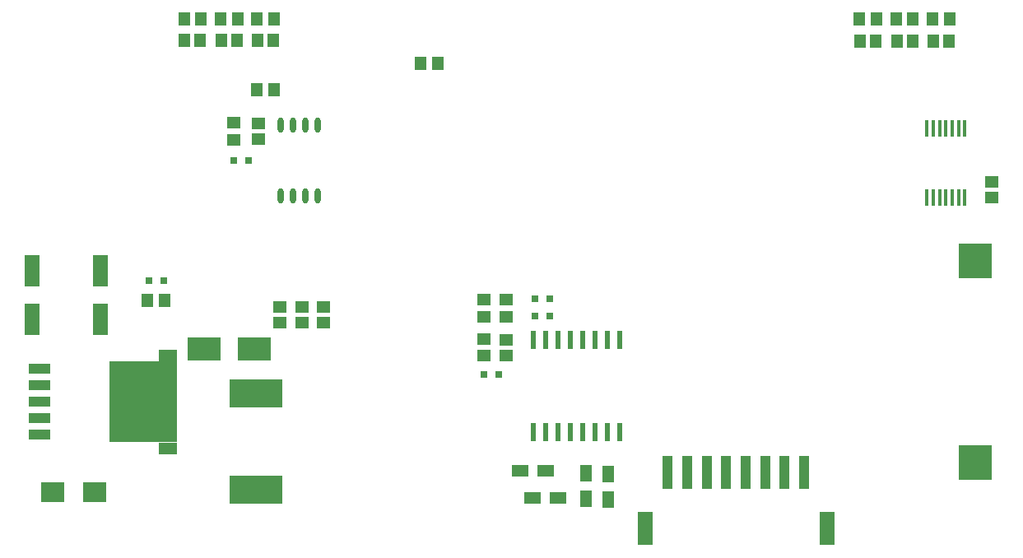
<source format=gtp>
G04*
G04 #@! TF.GenerationSoftware,Altium Limited,Altium Designer,22.9.1 (49)*
G04*
G04 Layer_Color=8421504*
%FSLAX44Y44*%
%MOMM*%
G71*
G04*
G04 #@! TF.SameCoordinates,4021D898-2042-4C7D-8B7F-38EBD3721E5A*
G04*
G04*
G04 #@! TF.FilePolarity,Positive*
G04*
G01*
G75*
%ADD23R,1.1500X1.3500*%
%ADD24R,1.6000X3.2000*%
%ADD25R,1.4000X1.3000*%
%ADD26R,5.4102X2.8956*%
%ADD27R,1.9100X1.2350*%
%ADD28R,6.9900X8.3300*%
%ADD29R,2.1600X1.0200*%
%ADD30R,3.4000X2.4500*%
%ADD31R,2.4500X2.1500*%
%ADD32R,0.8000X0.8000*%
%ADD33R,1.3500X1.1500*%
%ADD34O,0.6000X1.5500*%
%ADD35R,1.3000X1.4000*%
%ADD36R,0.4500X1.8000*%
%ADD37R,3.5100X3.6500*%
%ADD38R,1.0000X3.5000*%
%ADD39R,1.5000X3.4000*%
%ADD40R,1.2300X1.8000*%
%ADD41R,1.8000X1.2300*%
%ADD42R,0.5580X1.8740*%
D23*
X1026250Y546500D02*
D03*
X1008750D02*
D03*
X276250D02*
D03*
X293750D02*
D03*
X1063750Y546500D02*
D03*
X1046250D02*
D03*
X988750Y546500D02*
D03*
X971250D02*
D03*
X238750Y257500D02*
D03*
X256250D02*
D03*
X520000Y501500D02*
D03*
X537500D02*
D03*
X351250Y474000D02*
D03*
X368750D02*
D03*
X351250Y546500D02*
D03*
X368750D02*
D03*
X331250D02*
D03*
X313750D02*
D03*
D24*
X190000Y237500D02*
D03*
Y287500D02*
D03*
X120000D02*
D03*
Y237500D02*
D03*
D25*
X420000Y234500D02*
D03*
Y250500D02*
D03*
X397500Y250500D02*
D03*
Y234500D02*
D03*
X375000Y250500D02*
D03*
Y234500D02*
D03*
X352500Y423500D02*
D03*
Y439500D02*
D03*
X1107500Y379500D02*
D03*
Y363500D02*
D03*
X607500Y201000D02*
D03*
Y217000D02*
D03*
D26*
X350000Y62970D02*
D03*
Y162030D02*
D03*
D27*
X259650Y200825D02*
D03*
Y105175D02*
D03*
D28*
X234250Y153000D02*
D03*
D29*
X127500Y119000D02*
D03*
Y136000D02*
D03*
Y153000D02*
D03*
Y170000D02*
D03*
Y187000D02*
D03*
D30*
X348500Y207500D02*
D03*
X296500D02*
D03*
D31*
X141000Y60000D02*
D03*
X184000D02*
D03*
D32*
X342500Y401500D02*
D03*
X327500D02*
D03*
X652500Y259000D02*
D03*
X637500D02*
D03*
X652500Y241500D02*
D03*
X637500D02*
D03*
X600000Y181500D02*
D03*
X585000D02*
D03*
X255000Y277500D02*
D03*
X240000D02*
D03*
D33*
X327500Y422750D02*
D03*
Y440250D02*
D03*
X607500Y257750D02*
D03*
Y240250D02*
D03*
X585000Y257750D02*
D03*
Y240250D02*
D03*
X585000Y200250D02*
D03*
Y217750D02*
D03*
D34*
X414050Y438000D02*
D03*
X401350D02*
D03*
X388650D02*
D03*
X375950D02*
D03*
X414050Y365000D02*
D03*
X401350D02*
D03*
X388650D02*
D03*
X375950D02*
D03*
D35*
X352000Y525000D02*
D03*
X368000D02*
D03*
X330500Y525000D02*
D03*
X314500D02*
D03*
X293000D02*
D03*
X277000D02*
D03*
X1047000Y524000D02*
D03*
X1063000D02*
D03*
X1009500Y524000D02*
D03*
X1025500D02*
D03*
X988000Y524000D02*
D03*
X972000D02*
D03*
D36*
X1079500Y434500D02*
D03*
X1073000D02*
D03*
X1066500D02*
D03*
X1060000D02*
D03*
X1053500D02*
D03*
X1047000D02*
D03*
X1040500D02*
D03*
Y363500D02*
D03*
X1047000D02*
D03*
X1053500D02*
D03*
X1060000D02*
D03*
X1066500D02*
D03*
X1073000D02*
D03*
X1079500D02*
D03*
D37*
X1090000Y90300D02*
D03*
Y297800D02*
D03*
D38*
X814000Y80500D02*
D03*
X834000D02*
D03*
X854000D02*
D03*
X874000D02*
D03*
X914000D02*
D03*
X894000D02*
D03*
X794000D02*
D03*
X774000D02*
D03*
D39*
X937500Y23000D02*
D03*
X750500D02*
D03*
D40*
X712500Y52800D02*
D03*
Y79000D02*
D03*
X690000Y53400D02*
D03*
Y79600D02*
D03*
D41*
X634400Y54000D02*
D03*
X660600D02*
D03*
X648250Y81650D02*
D03*
X622050D02*
D03*
D42*
X635550Y121657D02*
D03*
X648250D02*
D03*
X660950D02*
D03*
X673650D02*
D03*
X686350D02*
D03*
X699050D02*
D03*
X711750D02*
D03*
X724450D02*
D03*
Y216343D02*
D03*
X711750D02*
D03*
X699050D02*
D03*
X686350D02*
D03*
X673650D02*
D03*
X660950D02*
D03*
X648250D02*
D03*
X635550D02*
D03*
M02*

</source>
